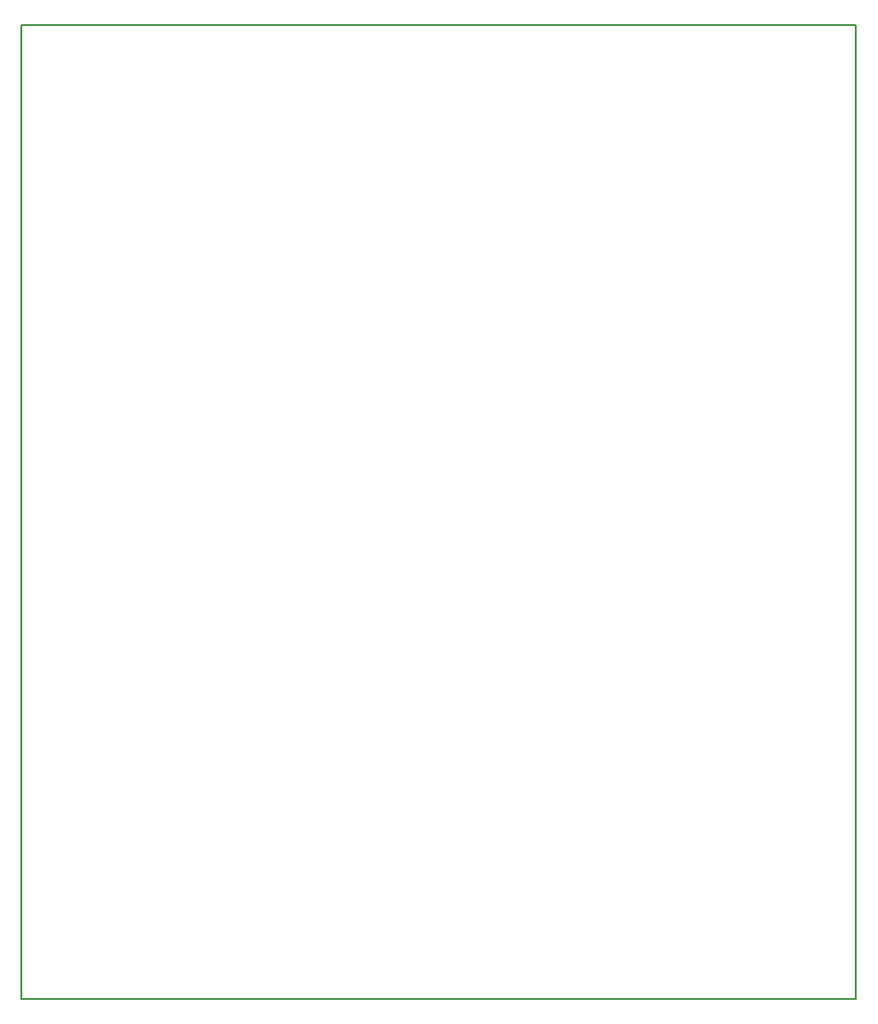
<source format=gbr>
G04 DipTrace 3.3.1.3*
G04 BoardOutline.gbr*
%MOIN*%
G04 #@! TF.FileFunction,Profile*
G04 #@! TF.Part,Single*
%ADD11C,0.005512*%
%FSLAX26Y26*%
G04*
G70*
G90*
G75*
G01*
G04 BoardOutline*
%LPD*%
X393700Y3893700D2*
D11*
X3393700D1*
Y393700D1*
X393700D1*
Y3893700D1*
M02*

</source>
